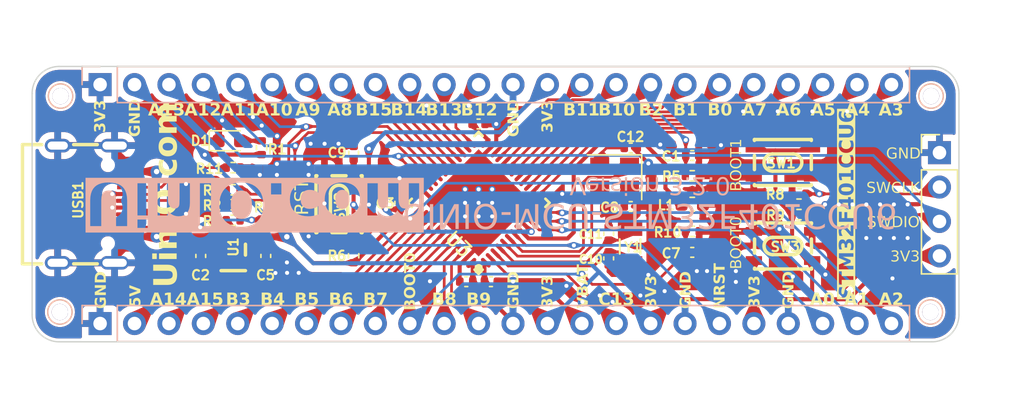
<source format=kicad_pcb>
(kicad_pcb (version 20221018) (generator pcbnew)
  (title_block (title "UINIO-MCU-STM32F401CCU6") (date "2024-04-13") (rev "Version 3.2.0") (company "电子技术博客 UinIO.com"))
  (layers (0 "F.Cu" signal) (31 "B.Cu" signal) (34 "B.Paste" user) (35 "F.Paste" user) (36 "B.SilkS" user "B.Silkscreen") (37 "F.SilkS" user "F.Silkscreen") (38 "B.Mask" user) (39 "F.Mask" user) (44 "Edge.Cuts" user))
  (net 0 "")
  (net 1 "GND")
  (net 2 "/PB2{slash}BOOT1")
  (net 3 "/VDD_5V")
  (net 4 "/VDD_3.3V")
  (net 5 "/BOOT0")
  (net 6 "Net-(C8-Pad2)")
  (net 7 "/NRST")
  (net 8 "Net-(U3-PC14_OSC32_IN)")
  (net 9 "Net-(U3-PC15_OSC32_OUT)")
  (net 10 "Net-(C12-Pad2)")
  (net 11 "Net-(D1-A)")
  (net 12 "/PA13{slash}SWDIO")
  (net 13 "/PA10")
  (net 14 "/PA9")
  (net 15 "/PA8")
  (net 16 "/PB15")
  (net 17 "/PB14")
  (net 18 "/PB13")
  (net 19 "/PB12")
  (net 20 "/PB11")
  (net 21 "/PB10")
  (net 22 "/PB1")
  (net 23 "/PB0")
  (net 24 "/PA7")
  (net 25 "/PA6")
  (net 26 "/PA5")
  (net 27 "/PA4")
  (net 28 "/PA3")
  (net 29 "/PA14{slash}SWCLK")
  (net 30 "/PA15")
  (net 31 "/PB3")
  (net 32 "/PB4")
  (net 33 "/PB5")
  (net 34 "/PB6")
  (net 35 "/PB7")
  (net 36 "/PB8")
  (net 37 "/PB9")
  (net 38 "/VBAT")
  (net 39 "/PC13")
  (net 40 "/PA0")
  (net 41 "/PA1")
  (net 42 "/PA2")
  (net 43 "Net-(U3-VSSA)")
  (net 44 "/USB_Data+")
  (net 45 "/USB_Data-")
  (net 46 "Net-(U3-PD0_OSC_IN)")
  (net 47 "Net-(U3-PD1_OSC_OUT)")
  (net 49 "Net-(USB1-CC1)")
  (net 51 "Net-(USB1-CC2)")
  (net 53 "/USB_PA+")
  (net 54 "/USB_PA-")
  (footprint "Resistor_SMD:R_0402_1005Metric" (layer "F.Cu") (at 134.25 95.67 -90)
    (fp_text reference "R1")
    (fp_text value "2K")
  )
  (footprint "Capacitor_SMD:C_0402_1005Metric" (layer "F.Cu") (at 166.04 103.39713 180)
    (fp_text reference "C7")
    (fp_text value "0.1uF")
  )
  (footprint "Resistor_SMD:R_0402_1005Metric" (layer "F.Cu") (at 173.92 99.08)
    (fp_text reference "R8")
    (fp_text value "10K")
  )
  (footprint "Uinio:KEY-SMD_4P-L4.2-W3.4-P2.15-LS4.7" (layer "F.Cu") (at 139.965 99.84213 -90)
    (fp_text reference "SW2")
    (fp_text value "NRST")
  )
  (footprint "Uinio:CRYSTAL-FC135-32.768" (layer "F.Cu") (at 161.45 102.93213 -90)
    (fp_text reference "Y1")
    (fp_text value "32.768KHz")
  )
  (footprint "Uinio:SOT-23-5_L3.0-W1.7-P0.95-LS2.8-BR" (layer "F.Cu") (at 132.15906 103.19613 180)
    (fp_text reference "U1")
    (fp_text value "ME6211C33M5G-N")
  )
  (footprint "Capacitor_SMD:C_0402_1005Metric" (layer "F.Cu") (at 159.87094 102.02 -90)
    (fp_text reference "C11")
    (fp_text value "10pF")
  )
  (footprint "LED_SMD:LED_0603_1608Metric" (layer "F.Cu") (at 131.86906 95.16)
    (fp_text reference "D1")
    (fp_text value "LED_Red")
  )
  (footprint "Uinio:KEY-SMD_4P-L4.2-W3.4-P2.15-LS4.7" (layer "F.Cu") (at 172.74 102.92713)
    (fp_text reference "SW3")
    (fp_text value "BOOT0")
  )
  (footprint "Connector_PinHeader_2.54mm:PinHeader_1x04_P2.54mm_Vertical" (layer "F.Cu") (at 184.29 96.03713)
    (fp_text reference "J3" hide)
    (fp_text value "Conn_01x04_Pin")
  )
  (footprint "Capacitor_SMD:C_0402_1005Metric" (layer "F.Cu") (at 129.75906 103.66213 -90)
    (fp_text reference "C2")
    (fp_text value "1uF")
  )
  (footprint "Resistor_SMD:R_0402_1005Metric" (layer "F.Cu") (at 166.04 101.84713)
    (fp_text reference "R10")
    (fp_text value "10K")
  )
  (footprint "Uinio:Hole-1mm" (layer "F.Cu") (at 119.40906 91.86 180)
    (fp_text reference "HOLE**" hide)
    (fp_text value "Hole-1mm" hide)
  )
  (footprint "Resistor_SMD:R_0402_1005Metric" (layer "F.Cu") (at 132.15 101.03)
    (fp_text reference "R4")
    (fp_text value "1.5K")
  )
  (footprint "Uinio:Hole-1mm" (layer "F.Cu") (at 183.66906 91.86 180)
    (fp_text reference "HOLE**" hide)
    (fp_text value "Hole-1mm" hide)
  )
  (footprint "Uinio:Hole-1mm" (layer "F.Cu") (at 183.62 107.8 180)
    (fp_text reference "HOLE**" hide)
    (fp_text value "Hole-1mm" hide)
  )
  (footprint "Capacitor_SMD:C_0402_1005Metric" (layer "F.Cu") (at 150.26906 93.92 180)
    (fp_text reference "C4" hide)
    (fp_text value "0.1uF")
  )
  (footprint "Uinio:UFQFPN-48_L7.0-W7.0-P0.50-TL-EP5.6" (layer "F.Cu") (at 150.26906 99.742485 135)
    (fp_text reference "U3")
    (fp_text value "STM32F401CCU6")
  )
  (footprint "Resistor_SMD:R_0402_1005Metric" (layer "F.Cu") (at 134.71 100.981846)
    (fp_text reference "R12")
    (fp_text value "5.1K")
  )
  (footprint "Capacitor_SMD:C_0402_1005Metric" (layer "F.Cu") (at 159.87094 103.84 90)
    (fp_text reference "C10")
    (fp_text value "10pF")
  )
  (footprint "Uinio:USB-C-SMD_TYPEC-304J-BCP16" (layer "F.Cu") (at 121.67906 99.84213 -90)
    (fp_text reference "USB1")
    (fp_text value "USB_Type_C_16Pin")
  )
  (footprint "Capacitor_SMD:C_0402_1005Metric" (layer "F.Cu") (at 134.56 103.66213 90)
    (fp_text reference "C5")
    (fp_text value "1uF")
  )
  (footprint "Resistor_SMD:R_0402_1005Metric" (layer "F.Cu") (at 173.92 100.61 180)
    (fp_text reference "R9")
    (fp_text value "10K")
  )
  (footprint "Crystal:Crystal_SMD_3225-4Pin_3.2x2.5mm" (layer "F.Cu") (at 160.31 97.85213 180)
    (fp_text reference "Y2" hide)
    (fp_text value "8MHz")
  )
  (footprint "Capacitor_SMD:C_0402_1005Metric" (layer "F.Cu") (at 151.18 105.56)
    (fp_text reference "C13" hide)
    (fp_text value "0.1uF")
  )
  (footprint "Resistor_SMD:R_0402_1005Metric" (layer "F.Cu") (at 166.04 97.74713)
    (fp_text reference "R5")
    (fp_text value "10K")
  )
  (footprint "Capacitor_SMD:C_0402_1005Metric" (layer "F.Cu") (at 149.35906 105.56)
    (fp_text reference "C6" hide)
    (fp_text value "0.1uF")
  )
  (footprint "Capacitor_SMD:C_0402_1005Metric" (layer "F.Cu") (at 161.5 100.01213 180)
    (fp_text reference "C8")
    (fp_text value "22pF")
  )
  (footprint "Uinio:Hole-1mm" (layer "F.Cu") (at 119.36 107.8 180)
    (fp_text reference "HOLE**" hide)
    (fp_text value "Hole-1mm" hide)
  )
  (footprint "Resistor_SMD:R_0402_1005Metric" (layer "F.Cu") (at 132.15 98.778156)
    (fp_text reference "R3")
    (fp_text value "50R")
  )
  (footprint "Resistor_SMD:R_0402_1005Metric" (layer "F.Cu") (at 132.15 99.88)
    (fp_text reference "R2")
    (fp_text value "50R")
  )
  (footprint "Capacitor_SMD:C_0402_1005Metric" (layer "F.Cu") (at 166.04 96.24713 180)
    (fp_text reference "C1")
    (fp_text value "0.1uF")
  )
  (footprint "Inductor_SMD:L_0603_1608Metric" (layer "F.Cu") (at 166.04 99.84713 180)
    (fp_text reference "L1")
    (fp_text value "1KΩ 100Mhz")
  )
  (footprint "Capacitor_SMD:C_0402_1005Metric" (layer "F.Cu") (at 141.045 96.05 90)
    (fp_text reference "C9")
    (fp_text value "0.1uF")
  )
  (footprint "Resistor_SMD:R_0402_1005Metric" (layer "F.Cu") (at 132.15 97.14)
    (fp_text reference "R11")
    (fp_text value "5.1K")
  )
  (footprint "Capacitor_SMD:C_0402_1005Metric" (layer "F.Cu") (at 144.45 99.742485 -90)
    (fp_text reference "C3")
    (fp_text value "0.1uF")
  )
  (footprint "Resistor_SMD:R_0402_1005Metric" (layer "F.Cu") (at 141.045 103.65 90)
    (fp_text reference "R6")
    (fp_text value "10K")
  )
  (footprint "Capacitor_SMD:C_0402_1005Metric" (layer "F.Cu") (at 161.5 95.69213 180)
    (fp_text reference "C12")
    (fp_text value "22pF")
  )
  (footprint "Uinio:KEY-SMD_4P-L4.2-W3.4-P2.15-LS4.7" (layer "F.Cu") (at 172.73 96.76713 180)
    (fp_text reference "SW1")
    (fp_text value "BOOT1")
  )
  (footprint "Connector_PinHeader_2.54mm:PinHeader_1x24_P2.54mm_Vertical" (layer "B.Cu") (at 122.32906 91.01213 -90)
    (fp_text reference "J1" hide)
    (fp_text value "Conn_01x24_Pin")
  )
  (footprint "Connector_PinHeader_2.54mm:PinHeader_1x24_P2.54mm_Vertical" (layer "B.Cu") (at 122.32906 108.65213 -90)
    (fp_text reference "J2" hide)
    (fp_text value "Conn_01x24_Pin")
  )
  (gr_line (start 119.31 89.67213) (end 183.72906 89.67213) (stroke (width 0.1)) (layer "Edge.Cuts"))
  (gr_arc (start 185.72906 108.00119) (mid 185.143274 109.415404) (end 183.72906 110.00119) (stroke (width 0.1)) (layer "Edge.Cuts"))
  (gr_line (start 117.31 108.00119) (end 117.31 91.67213) (stroke (width 0.1)) (layer "Edge.Cuts"))
  (gr_line (start 185.72906 91.67213) (end 185.72906 108.00119) (stroke (width 0.1)) (layer "Edge.Cuts"))
  (gr_arc (start 119.31 110.00119) (mid 117.89579 109.415403) (end 117.31 108.00119) (stroke (width 0.1)) (layer "Edge.Cuts"))
  (gr_arc (start 117.31 91.67213) (mid 117.895786 90.257916) (end 119.31 89.67213) (stroke (width 0.1)) (layer "Edge.Cuts"))
  (gr_line (start 183.72906 110.00119) (end 119.31 110.00119) (stroke (width 0.1)) (layer "Edge.Cuts"))
  (gr_arc (start 183.72906 89.67213) (mid 185.143289 90.257904) (end 185.72906 91.67213) (stroke (width 0.1)) (layer "Edge.Cuts"))
  (gr_text "Version 3.2.0" (at 156.978842 97.63 180) (layer "B.SilkS") (effects (font (size 1.3 1.3) (thickness 0.1875)) (justify left bottom mirror)))
  (gr_text "UinIO.com" (at 121.2 97.77 180) (layer "B.SilkS" knockout) (effects (font (size 3.1 3.1) (thickness 0.3) bold) (justify left bottom mirror)))
  (gr_text "UINIO-MCU-STM32F401CCU6" (at 144.58 99.53 180) (layer "B.SilkS") (effects (font (size 1.8 1.8) (thickness 0.1875)) (justify left bottom mirror)))
  (gr_text "A2" (at 180.72906 106.91) (layer "F.SilkS") (effects (font (size 0.9 0.9) (thickness 0.15) bold)))
  (gr_text "GND" (at 165.58906 106.178304 90) (layer "F.SilkS") (effects (font (size 0.8 0.8) (thickness 0.15) bold)))
  (gr_text "GND" (at 124.92906 93.491696 90) (layer "F.SilkS") (effects (font (size 0.8 0.8) (thickness 0.15) bold)))
  (gr_text "B9" (at 150.26906 106.91) (layer "F.SilkS") (effects (font (size 0.9 0.9) (thickness 0.15) bold)))
  (gr_text "B4" (at 135.06 106.91) (layer "F.SilkS") (effects (font (size 0.9 0.9) (thickness 0.15) bold)))
  (gr_text "A3" (at 180.71906 92.92) (layer "F.SilkS") (effects (font (size 0.9 0.9) (thickness 0.15) bold)))
  (gr_text "VBAT" (at 157.99906 105.905143 90) (layer "F.SilkS") (effects (font (size 0.8 0.8) (thickness 0.15) bold)))
  (gr_text "BOOT0" (at 169.32 102.697131 90) (layer "F.SilkS") (effects (font (size 0.8 0.8) (thickness 0.1))))
  (gr_text "B5" (at 137.57906 106.91) (layer "F.SilkS") (effects (font (size 0.9 0.9) (thickness 0.15) bold)))
  (gr_text "3V3" (at 170.66906 106.31 90) (layer "F.SilkS") (effects (font (size 0.8 0.8) (thickness 0.15) bold)))
  (gr_text "A12" (at 129.91 92.92) (layer "F.SilkS") (effects (font (size 0.9 0.9) (thickness 0.15) bold)))
  (gr_text "B14" (at 145.13 92.92) (layer "F.SilkS") (effects (font (size 0.9 0.9) (thickness 0.15) bold)))
  (gr_text "STM32F401CCU6" (at 177.5 99.842131 90) (layer "F.SilkS" knockout) (effects (font (size 1.05 1.05) (thickness 0.14) bold)))
  (gr_text "A5" (at 175.69906 92.92) (layer "F.SilkS") (effects (font (size 0.9 0.9) (thickness 0.15) bold)))
  (gr_text "B1" (at 165.53906 92.92) (layer "F.SilkS") (effects (font (size 0.9 0.9) (thickness 0.15) bold)))
  (gr_text "A11" (at 132.6 92.92) (layer "F.SilkS") (effects (font (size 0.9 0.9) (thickness 0.15) bold)))
  (gr_text "GND" (at 181.628074 96.14) (layer "F.SilkS") (effects (font (size 0.8 0.8) (thickness 0.1))))
  (gr_text "SWCLK" (at 180.866427 98.673333) (layer "F.SilkS") (effects (font (size 0.8 0.8) (thickness 0.1))))
  (gr_text "A0" (at 175.64906 106.91) (layer "F.SilkS") (effects (font (size 0.9 0.9) (thickness 0.15) bold)))
  (gr_text "A14" (at 127.35906 106.91) (layer "F.SilkS") (effects (font (size 0.9 0.9) (thickness 0.15) bold)))
  (gr_text "3V3" (at 163.03906 106.31 90) (layer "F.SilkS") (effects (font (size 0.8 0.8) (thickness 0.15) bold)))
  (gr_text "A4" (at 178.23906 92.92) (layer "F.SilkS") (effects (font (size 0.9 0.9) (thickness 0.15) bold)))
  (gr_text "B0" (at 168.07906 92.92) (layer "F.SilkS") (effects (font (size 0.9 0.9) (thickness 0.15) bold)))
  (gr_text "A7" (at 170.61906 92.92) (layer "F.SilkS") (effects (font (size 0.9 0.9) (thickness 0.15) bold)))
  (gr_text "BOOT1" (at 169.32 96.94713 90) (layer "F.SilkS") (effects (font (size 0.8 0.8) (thickness 0.1))))
  (gr_text "A15" (at 130.08 106.91) (layer "F.SilkS") (effects (font (size 0.9 0.9) (thickness 0.15) bold)))
  (gr_text "A13" (at 127.23 92.92) (layer "F.SilkS") (effects (font (size 0.9 0.9) (thickness 0.15) bold)))
  (gr_text "B6" (at 140.11906 106.91) (layer "F.SilkS") (effects (font (size 0.9 0.9) (thickness 0.15) bold)))
  (gr_text "GND" (at 122.42 106.178304 90) (layer "F.SilkS") (effects (font (size 0.8 0.8) (thickness 0.15) bold)))
  (gr_text "A1" (at 178.16906 106.91) (layer "F.SilkS") (effects (font (size 0.9 0.9) (thickness 0.15) bold)))
  (gr_text "GND" (at 173.17906 106.178304 90) (layer "F.SilkS") (effects (font (size 0.8 0.8) (thickness 0.15) bold)))
  (gr_text "B12" (at 150.31 92.92) (layer "F.SilkS") (effects (font (size 0.9 0.9) (thickness 0.15) bold)))
  (gr_text "3V3" (at 122.37 93.36 90) (layer "F.SilkS") (effects (font (size 0.8 0.8) (thickness 0.15) bold)))
  (gr_text "B7" (at 142.65906 106.91) (layer "F.SilkS") (effects (font (size 0.9 0.9) (thickness 0.15) bold)))
  (gr_text "B13" (at 147.71 92.92) (layer "F.SilkS") (effects (font (size 0.9 0.9) (thickness 0.15) bold)))
  (gr_text "A8" (at 140.03 92.92) (layer "F.SilkS") (effects (font (size 0.9 0.9) (thickness 0.15) bold)))
  (gr_text "B10" (at 160.45906 92.92) (layer "F.SilkS") (effects (font (size 0.9 0.9) (thickness 0.15) bold)))
  (gr_text "BOOT0" (at 145.24906 105.544055 90) (layer "F.SilkS") (effects (font (size 0.8 0.8) (thickness 0.15) bold)))
  (gr_text "B8" (at 147.72906 106.91) (layer "F.SilkS") (effects (font (size 0.9 0.9) (thickness 0.15) bold)))
  (gr_text "UinIO.com" (at 128.26906 106.020497 90) (layer "F.SilkS") (effects (font (size 1.7 1.7) (thickness 0.3) bold) (justify left bottom)))
  (gr_text "3V3" (at 155.38906 106.31 90) (layer "F.SilkS") (effects (font (size 0.8 0.8) (thickness 0.15) bold)))
  (gr_text "5V" (at 124.97 106.631228 90) (layer "F.SilkS") (effects (font (size 0.8 0.8) (thickness 0.15) bold)))
  (gr_text "A9" (at 137.67 92.92) (layer "F.SilkS") (effects (font (size 0.9 0.9) (thickness 0.15) bold)))
  (gr_text "C13" (at 160.43906 106.91) (layer "F.SilkS") (effects (font (size 0.9 0.9) (thickness 0.15) bold)))
  (gr_text "A10" (at 135.18 92.92) (layer "F.SilkS") (effects (font (size 0.9 0.9) (thickness 0.15) bold)))
  (gr_text "NRST" (at 137.27 99.84213 90) (layer "F.SilkS") (effects (font (size 1 1) (thickness 0.125))))
  (gr_text "GND" (at 152.87906 106.178304 90) (layer "F.SilkS") (effects (font (size 0.8 0.8) (thickness 0.15) bold)))
  (gr_text "B11" (at 157.86 92.92) (layer "F.SilkS") (effects (font (size 0.9 0.9) (thickness 0.15) bold)))
  (gr_text "B15" (at 142.53 92.92) (layer "F.SilkS") (effects (font (size 0.9 0.9) (thickness 0.15) bold)))
  (gr_text "3V3" (at 155.38906 93.358304 90) (layer "F.SilkS") (effects (font (size 0.8 0.8) (thickness 0.15) bold)))
  (gr_text "SWDIO" (at 180.878151 101.206666) (layer "F.SilkS") (effects (font (size 0.8 0.8) (thickness 0.1))))
  (gr_text "A6" (at 173.15906 92.92) (layer "F.SilkS") (effects (font (size 0.9 0.9) (thickness 0.15) bold)))
  (gr_text "B2" (at 162.99906 92.92) (layer "F.SilkS") (effects (font (size 0.9 0.9) (thickness 0.15) bold)))
  (gr_text "GND" (at 152.87906 93.49 90) (layer "F.SilkS") (effects (font (size 0.8 0.8) (thickness 0.15) bold)))
  (gr_text "NRST" (at 168.09906 105.875834 90) (layer "F.SilkS") (effects (font (size 0.8 0.8) (thickness 0.15) bold)))
  (gr_text "3V3" (at 181.751173 103.74) (layer "F.SilkS") (effects (font (size 0.8 0.8) (thickness 0.1))))
  (gr_text "B3" (at 132.52 106.91) (layer "F.SilkS") (effects (font (size 0.9 0.9) (thickness 0.15) bold)))
  (segment (start 160.13213 105.06213) (end 159.87094 104.80094) (width 0.3) (layer "F.Cu") (net 1))
  (segment (start 156.75 105.87) (end 156.43 105.55) (width 0.5) (layer "F.Cu") (net 1))
  (segment (start 162.80906 100.01213) (end 161.65906 100.01213) (width 0.3) (layer "F.Cu") (net 1))
  (segment (start 144.43 97.92) (end 145.264594 97.92) (width 0.3) (layer "F.Cu") (net 1))
  (segment (start 151.152943 95.676621) (end 150.26906 96.560504) (width 0.3) (layer "F.Cu") (net 1))
  (segment (start 160.05 100.77) (end 161.78 100.77) (width 0.5) (layer "F.Cu") (net 1))
  (segment (start 159.87094 101.54) (end 159.87094 100.94906) (width 0.5) (layer "F.Cu") (net 1))
  (segment (start 126.65 95.16) (end 125.16787 96.64213) (width 0.5) (layer "F.Cu") (net 1))
  (segment (start 162.80906 96.84213) (end 162.80906 100.69213) (width 0.3) (layer "F.Cu") (net 1))
  (segment (start 151.57 95.259564) (end 151.152943 95.676621) (width 0.3) (layer "F.Cu") (net 1))
  (segment (start 149.385884 103.809056) (end 148.87 104.32494) (width 0.3) (layer "F.Cu") (net 1))
  (segment (start 162.80906 105.05213) (end 162.80906 100.79213) (width 0.3) (layer "F.Cu") (net 1))
  (segment (start 148.87 104.32494) (end 148.87 105.55094) (width 0.3) (layer "F.Cu") (net 1))
  (segment (start 119.19806 104.16713) (end 123.39806 104.16713) (width 0.5) (layer "F.Cu") (net 1))
  (segment (start 162.79906 105.06213) (end 160.13213 105.06213) (width 0.3) (layer "F.Cu") (net 1))
  (segment (start 162.79906 96.83213) (end 162.80906 96.84213) (width 0.3) (layer "F.Cu") (net 1))
  (segment (start 151.57 93.92) (end 151.57 95.259564) (width 0.3) (layer "F.Cu") (net 1))
  (segment (start 148.87906 105.56) (end 150.62906 107.31) (width 0.3) (layer "F.Cu") (net 1))
  (segment (start 152.78 105.56) (end 152.79 105.55) (width 0.3) (layer "F.Cu") (net 1))
  (segment (start 162.79906 105.06213) (end 162.80906 105.05213) (width 0.3) (layer "F.Cu") (net 1))
  (segment (start 162.80906 100.69213) (end 162.80906 100.01213) (width 0.3) (layer "F.Cu") (net 1))
  (segment (start 151.66 105.56) (end 152.78 105.56) (width 0.6) (layer "F.Cu") (net 1))
  (segment (start 119.19806 95.51713) (end 119.19806 104.16713) (width 0.5) (layer "F.Cu") (net 1))
  (segment (start 145.264594 97.92) (end 146.203196 98.858602) (width 0.3) (layer "F.Cu") (net 1))
  (segment (start 159.87094 104.80094) (end 159.87094 104.32) (width 0.3) (layer "F.Cu") (net 1))
  (segment (start 123.39806 104.16713) (end 123.39806 103.80413) (width 0.5) (layer "F.Cu") (net 1))
  (segment (start 159.87094 100.94906) (end 160.05 100.77) (width 0.5) (layer "F.Cu") (net 1))
  (segment (start 146.203196 98.858602) (end 147.087079 99.742485) (width 0.3) (layer "F.Cu") (net 1))
  (segment (start 125.16787 96.64213) (end 124.16006 96.64213) (width 0.5) (layer "F.Cu") (net 1))
  (segment (start 123.39806 103.80413) (end 124.16006 103.04213) (width 0.5) (layer "F.Cu") (net 1))
  (segment (start 123.39806 95.88113) (end 123.39806 95.51713) (width 0.5) (layer "F.Cu") (net 1))
  (segment (start 162.79906 96.83213) (end 161.65906 95.69213) (width 0.3) (layer "F.Cu") (net 1))
  (segment (start 156.75 105.87) (end 157.93 107.05) (width 0.5) (layer "F.Cu") (net 1))
  (segment (start 161.78 100.77) (end 161.98 100.57) (width 0.5) (layer "F.Cu") (net 1))
  (segment (start 151.57 107.31) (end 152.80906 108.54906) (width 0.3) (layer "F.Cu") (net 1))
  (segment (start 161.98 100.57) (end 161.98 100.01213) (width 0.5) (layer "F.Cu") (net 1))
  (segment (start 151.57 93.92) (end 150.74906 93.92) (width 0.3) (layer "F.Cu") (net 1))
  (segment (start 139.57 96.5) (end 139.57 96.50713) (width 0.15) (layer "F.Cu") (net 1))
  (segment (start 130.85906 103.19613) (end 129.77306 103.19613) (width 0.5) (layer "F.Cu") (net 1))
  (segment (start 144.43 97.92) (end 144.43 97.75307) (width 0.3) (layer "F.Cu") (net 1))
  (segment (start 150.26906 102.92588) (end 149.385884 103.809056) (width 0.3) (layer "F.Cu") (net 1))
  (segment (start 156.43 105.55) (end 152.81 105.55) (width 0.5) (layer "F.Cu") (net 1))
  (segment (start 124.15906 96.64213) (end 123.39806 95.88113) (width 0.5) (layer "F.Cu") (net 1))
  (segment (start 123.39806 95.51713) (end 119.19806 95.51713) (width 0.5) (layer "F.Cu") (net 1))
  (segment (start 162.80906 100.79213) (end 162.80906 100.69213) (width 0.3) (layer "F.Cu") (net 1))
  (segment (start 150.62906 107.31) (end 151.57 107.31) (width 0.3) (layer "F.Cu") (net 1))
  (segment (start 131.08156 95.16) (end 126.65 95.16) (width 0.5) (layer "F.Cu") (net 1))
  (via (at 135.38 96.87) (size 0.5) (drill 0.3) (layers "F.Cu" "B.Cu") (net 1))
  (via (at 180.92333 99.86) (size 0.5) (drill 0.3) (layers "F.Cu" "B.Cu") (net 1))
  (via (at 156.75 105.87) (size 0.7) (drill 0.3) (layers "F.Cu" "B.Cu") (net 1))
  (via (at 136.99 104.91) (size 0.5) (drill 0.3) (layers "F.Cu" "B.Cu") (net 1))
  (via (at 156.44 99.08) (size 0.5) (drill 0.3) (layers "F.Cu" "B.Cu") (net 1))
  (via (at 136.13 104.91) (size 0.5) (drill 0.3) (layers "F.Cu" "B.Cu") (net 1))
  (via (at 175.84 99.86) (size 0.5) (drill 0.3) (layers "F.Cu" "B.Cu") (net 1))
  (via (at 163.68 95.44) (size 0.7) (drill 0.3) (layers "F.Cu" "B.Cu") (net 1))
  (via (at 150.26906 99.742485) (size 0.5) (drill 0.3) (layers "F.Cu" "B.Cu") (net 1))
  (via (at 175.87 105.03) (size 0.7) (drill 0.3) (layers "F.Cu" "B.Cu") (net 1))
  (via (at 179.906666 102.34) (size 0.5) (drill 0.3) (layers "F.Cu" "B.Cu") (net 1))
  (via (at 146.42 92.56) (size 0.5) (drill 0.3) (layers "F.Cu" "B.Cu") (net 1))
  (via (at 162.21 106.58) (size 0.5) (drill 0.3) (layers "F.Cu" "B.Cu") (net 1))
  (via (at 131.33 93.66) (size 0.5) (drill 0.3) (layers "F.Cu" "B.Cu") (net 1))
  (via (at 135.27 104.92) (size 0.5) (drill 0.3) (layers "F.Cu" "B.Cu") (net 1))
  (via (at 136.12 104.14213) (size 0.5) (drill 0.3) (layers "F.Cu" "B.Cu") (net 1))
  (via (at 150.26906 100.742485) (size 0.5) (drill 0.3) (layers "F.Cu" "B.Cu") (net 1))
  (via (at 169.26 105.58) (size 0.5) (drill 0.3) (layers "F.Cu" "B.Cu") (net 1))
  (via (at 128.67 100.55) (size 0.5) (drill 0.3) (layers "F.Cu" "B.Cu") (net 1))
  (via (at 137.72 102.21) (size 0.5) (drill 0.3) (layers "F.Cu" "B.Cu") (net 1))
  (via (at 135.39 94.81) (size 0.5) (drill 0.3) (layers "F.Cu" "B.Cu") (net 1))
  (via (at 137.72 96.87) (size 0.5) (drill 0.3) (layers "F.Cu" "B.Cu") (net 1))
  (via (at 135.38 97.68) (size 0.5) (drill 0.3) (layers "F.Cu" "B.Cu") (net 1))
  (via (at 167.13 104.77787) (size 0.5) (drill 0.3) (layers "F.Cu" "B.Cu") (net 1))
  (via (at 181.940002 102.34) (size 0.5) (drill 0.3) (layers "F.Cu" "B.Cu") (net 1))
  (via (at 149.26906 99.742485) (size 0.5) (drill 0.3) (layers "F.Cu" "B.Cu") (net 1))
  (via (at 150.26906 98.742485) (size 0.5) (drill 0.3) (layers "F.Cu" "B.Cu") (net 1))
  (via (at 181.94 99.86) (size 0.5) (drill 0.3) (layers "F.Cu" "B.Cu") (net 1))
  (via (at 177.873332 99.86) (size 0.5) (drill 0.3) (layers "F.Cu" "B.Cu") (net 1))
  (via (at 173.46906 105.18213) (size 0.5) (drill 0.3) (layers "F.Cu" "B.Cu") (net 1))
  (via (at 164 106.26) (size 0.7) (drill 0.3) (layers "F.Cu" "B.Cu") (net 1))
  (via (at 177.46906 92.99213) (size 0.5) (drill 0.3) (layers "F.Cu" "B.Cu") (net 1))
  (via (at 149.53 92.56) (size 0.5) (drill 0.3) (layers "F.Cu" "B.Cu") (net 1))
  (via (at 134.12 97.68) (size 0.5) (drill 0.3) (layers "F.Cu" "B.Cu") (net 1))
  (via (at 179.906664 99.86) (size 0.5) (drill 0.3) (layers "F.Cu" "B.Cu") (net 1))
  (via (at 134.26 94.04) (size 0.5) (drill 0.3) (layers "F.Cu" "B.Cu") (net 1))
  (via (at 180.82 105.32) (size 0.5) (drill 0.3) (layers "F.Cu" "B.Cu") (net 1))
  (via (at 152.81 105.55) (size 0.7) (drill 0.3) (layers "F.Cu" "B.Cu") (net 1))
  (via (at 137.72 97.68) (size 0.5) (drill 0.3) (layers "F.Cu" "B.Cu") (net 1))
  (via (at 176.856666 99.86) (size 0.5) (drill 0.3) (layers "F.Cu" "B.Cu") (net 1))
  (via (at 149.26906 98.742485) (size 0.5) (drill 0.3) (layers "F.Cu" "B.Cu") (net 1))
  (via (at 162.79906 96.83213) (size 0.7) (drill 0.3) (layers "F.Cu" "B.Cu") (net 1))
  (via (at 169.79656 92.99213) (size 0.5) (drill 0.3) (layers "F.Cu" "B.Cu") (net 1))
  (via (at 128.67 98.35) (size 0.5) (drill 0.3) (layers "F.Cu" "B.Cu") (net 1))
  (via (at 137.87 95.38) (size 0.5) (drill 0.3) (layers "F.Cu" "B.Cu") (net 1))
  (via (at 169.26 104.78) (size 0.5) (drill 0.3) (layers "F.Cu" "B.Cu") (net 1))
  (via (at 172.35406 92.99213) (size 0.5) (drill 0.3) (layers "F.Cu" "B.Cu") (net 1))
  (via (at 166.38 104.78) (size 0.5) (drill 0.3) (layers "F.Cu" "B.Cu") (net 1))
  (via (at 133.61 93.41) (size 0.5) (drill 0.3) (layers "F.Cu" "B.Cu") (net 1))
  (via (at 149.26906 100.742485) (size 0.5) (drill 0.3) (layers "F.Cu" "B.Cu") (net 1))
  (via (at 172.48 101.67) (size 0.7) (drill 0.3) (layers "F.Cu" "B.Cu") (net 1))
  (via (at 138.89 99.79) (size 0.5) (drill 0.3) (layers "F.Cu" "B.Cu") (net 1))
  (via (at 151.57 93.92) (size 0.7) (drill 0.3) (layers "F.Cu" "B.Cu") (net 1))
  (via (at 151.26906 99.742485) (size 0.5) (drill 0.3) (layers "F.Cu" "B.Cu") (net 1))
  (via (at 157.93 107.05) (size 0.7) (drill 0.3) (layers "F.Cu" "B.Cu") (net 1))
  (via (at 180.923332 102.34) (size 0.5) (drill 0.3) (layers "F.Cu" "B.Cu") (net 1))
  (via (at 162.79906 105.06213) (size 0.7) (drill 0.3) (layers "F.Cu" "B.Cu") (net 1))
  (via (at 139.93 95.38) (size 0.5) (drill 0.3) (layers "F.Cu" "B.Cu") (net 1))
  (via (at 138.9 95.38) (size 0.5) (drill 0.3) (layers "F.Cu" "B.Cu") (net 1))
  (via (at 151.26906 100.742485) (size 0.5) (drill 0.3) (layers "F.Cu" "B.Cu") (net 1))
  (via (at 160.16 107.05) (size 0.7) (drill 0.3) (layers "F.Cu" "B.Cu") (net 1))
  (via (at 168.16 95.48163) (size 0.7) (drill 0.3) (layers "F.Cu" "B.Cu") (net 1))
  (via (at 142.17 99.88) (size 0.5) (drill 0.3) (layers "F.Cu" "B.Cu") (net 1))
  (via (at 178.889998 99.86) (size 0.5) (drill 0.3) (layers "F.Cu" "B.Cu") (net 1))
  (via (at 159.21 106.58) (size 0.5) (drill 0.3) (layers "F.Cu" "B.Cu") (net 1))
  (via (at 144.43 97.92) (size 0.7) (drill 0.3) (layers "F.Cu" "B.Cu") (net 1))
  (via (at 151.26906 98.742485) (size 0.5) (drill 0.3) (layers "F.Cu" "B.Cu") (net 1))
  (via (at 174.91156 92.99213) (size 0.5) (drill 0.3) (layers "F.Cu" "B.Cu") (net 1))
  (via (at 146.68 105.53) (size 0.5) (drill 0.3) (layers "F.Cu" "B.Cu") (net 1))
  (via (at 178.89 102.34) (size 0.5) (drill 0.3) (layers "F.Cu" "B.Cu") (net 1))
  (segment (start 163.68 95.44) (end 164.1 95.86) (width 0.3) (layer "B.Cu") (net 1))
  (segment (start 151.57 93.92) (end 152.80906 92.68094) (width 0.3) (layer "B.Cu") (net 1))
  (segment (start 152.81 105.57) (end 152.81 108.65119) (width 0.5) (layer "B.Cu") (net 1))
  (segment (start 135.38 96.87) (end 137.72 96.87) (width 0.5) (layer "B.Cu") (net 1))
  (segment (start 164.71906 92.99213) (end 177.46906 92.99213) (width 0.3) (layer "B.Cu") (net 1))
  (segment (start 160.16 107.05) (end 157.93 107.05) (width 0.5) (layer "B.Cu") (net 1))
  (segment (start 150.4 99.89) (end 150.26 99.75) (width 0.3) (layer "B.Cu") (net 1))
  (segment (start 152.79 105.55) (end 152.81 105.57) (width 0.3) (layer "B.Cu") (net 1))
  (segment (start 164.1 95.86) (end 167.78163 95.86) (width 0.3) (layer "B.Cu") (net 1))
  (segment (start 167.78163 95.86) (end 168.16 95.48163) (width 0.3) (layer "B.Cu") (net 1))
  (segment (start 162.80213 105.06213) (end 162.79906 105.06213) (width 0.3) (layer "B.Cu") (net 1))
  (segment (start 135.38 97.68) (end 137.72 97.68) (width 0.5) (layer "B.Cu") (net 1))
  (segment (start 164 106.26) (end 162.80213 105.06213) (width 0.3) (layer "B.Cu") (net 1))
  (segment (start 150.26 99.75) (end 150.4 99.61) (width 0.3) (layer "B.Cu") (net 1))
  (segment (start 152.80906 92.68094) (end 152.80906 91.01213) (width 0.3) (layer "B.Cu") (net 1))
  (segment (start 165.56 95.1) (end 165.56 96.24713) (width 0.2) (layer "F.Cu") (net 2))
  (segment (start 157.319718 92.43) (end 161.55119 92.43) (width 0.2) (layer "F.Cu") (net 2))
  (segment (start 152.222719 96.737281) (end 156.23 92.73) (width 0.2) (layer "F.Cu") (net 2))
  (segment (start 165.56 96.24713) (end 165.56 97.71713) (width 0.2) (layer "F.Cu") (net 2))
  (segment (start 161.55119 92.43) (end 162.96906 91.01213) (width 0.2) (layer "F.Cu") (net 2))
  (segment (start 157.019718 92.73) (end 157.319718 92.43) (width 0.2) (layer "F.Cu") (net 2))
  (segment (start 156.23 92.73) (end 157.019718 92.73) (width 0.2) (layer "F.Cu") (net 2))
  (via (at 165.56 95.1) (size 0.5) (drill 0.3) (layers "F.Cu" "B.Cu") (net 2))
  (segment (start 165.56 95.1) (end 162.96906 92.50906) (width 0.2) (layer "B.Cu") (net 2))
  (segment (start 162.96906 92.50906) (end 162.96906 91.01213) (width 0.2) (layer "B.Cu") (net 2))
  (segment (start 126.49906 97.43213) (end 124.16506 97.43213) (width 0.5) (layer "F.Cu") (net 3))
  (segment (start 129.37906 104.14213) (end 124.86906 108.65213) (width 0.5) (layer "F.Cu") (net 3))
  (segment (start 129.75906 104.14213) (end 130.85506 104.14213) (width 0.5) (layer "F.Cu") (net 3))
  (segment (start 132.15906 103.82213) (end 132.15906 102.55213) (width 0.5) (layer "F.Cu") (net 3))
  (segment (start 131.85306 102.24613) (end 130.85906 102.24613) (width 0.5) (layer "F.Cu") (net 3))
  (segment (start 129.75906 104.14213) (end 129.37906 104.14213) (width 0.5) (layer "F.Cu") (net 3))
  (segment (start 126.49906 102.23213) (end 130.84506 102.23213) (width 0.5) (layer "F.Cu") (net 3))
  (segment (start 131.83506 104.14613) (end 132.15906 103.82213) (width 0.5) (layer "F.Cu") (net 3))
  (segment (start 124.16506 102.23213) (end 126.49906 102.23213) (width 0.5) (layer "F.Cu") (net 3))
  (segment (start 132.15906 102.55213) (end 131.85306 102.24613) (width 0.5) (layer "F.Cu") (net 3))
  (segment (start 130.85906 104.14613) (end 131.83506 104.14613) (width 0.5) (layer "F.Cu") (net 3))
  (via (at 126.49906 97.43213) (size 0.9) (drill 0.4) (layers "F.Cu" "B.Cu") (net 3))
  (via (at 126.49906 102.23213) (size 0.9) (drill 0.4) (layers "F.Cu" "B.Cu") (net 3))
  (segment (start 126.49906 97.45213) (end 126.49906 102.23213) (width 0.5) (layer "B.Cu") (net 3))
  (segment (start 153.627817 101.334888) (end 154.162879 101.86995) (width 0.3) (layer "F.Cu") (net 4))
  (segment (start 149.83906 104.262232) (end 149.83906 105.56) (width 0.3) (layer "F.Cu") (net 4))
  (segment (start 143.432485 100.222485) (end 144.45 100.222485) (width 0.3) (layer "F.Cu") (net 4))
  (segment (start 174.89 104.00213) (end 174.89 106.85) (width 0.3) (layer "F.Cu") (net 4))
  (segment (start 153.61119 92.75) (end 155.34906 91.01213) (width 0.3) (layer "F.Cu") (net 4))
  (segment (start 134.56 102.24613) (end 136.11306 102.24613) (width 0.5) (layer "F.Cu") (net 4))
  (segment (start 180.77906 103.66213) (end 183.95406 103.66213) (width 0.3) (layer "F.Cu") (net 4))
  (segment (start 134.56 102.24613) (end 134.56 103.18213) (width 0.5) (layer "F.Cu") (net 4))
  (segment (start 142.17 95.75) (end 142.17 98.96) (width 0.3) (layer "F.Cu") (net 4))
  (segment (start 136.113465 102.246535) (end 138.05693 104.19) (width 0.3) (layer "F.Cu") (net 4))
  (segment (start 153.46693 106.77) (end 150.96 106.77) (width 0.3) (layer "F.Cu") (net 4))
  (segment (start 149.78906 93.92) (end 150.992458 95.123398) (width 0.3) (layer "F.Cu") (net 4))
  (segment (start 155.34906 108.65213) (end 153.46693 106.77) (width 0.3) (layer "F.Cu") (net 4))
  (segment (start 173.41 102.81) (end 174.60213 104.00213) (width 0.3) (layer "F.Cu") (net 4))
  (segment (start 149.512046 104.39) (end 149.739437 104.162609) (width 0.3) (layer "F.Cu") (net 4))
  (segment (start 150.79939 95.323068) (end 150.971245 95.151213) (width 0.3) (layer "F.Cu") (net 4))
  (segment (start 150.992458 95.13) (end 150.79939 95.323068) (width 0.3) (layer "F.Cu") (net 4))
  (segment (start 174.23693 106.86) (end 177.58119 106.86) (width 0.3) (layer "F.Cu") (net 4))
  (segment (start 172.18 95.87213) (end 174.89 95.87213) (width 0.3) (layer "F.Cu") (net 4))
  (segment (start 164.77119 106.85) (end 174.22693 106.85) (width 0.3) (layer "F.Cu") (net 4))
  (segment (start 130.07 96.18) (end 134.25 96.18) (width 0.3) (layer "F.Cu") (net 4))
  (segment (start 150.96 106.77) (end 149.83906 105.64906) (width 0.3) (layer "F.Cu") (net 4))
  (segment (start 141.09 104.19) (end 144.437515 100.842485) (width 0.3) (layer "F.Cu") (net 4))
  (segment (start 136.11306 102.24613) (end 136.113465 102.246535) (width 0.5) (layer "F.Cu") (net 4))
  (segment (start 150.992458 95.123398) (end 150.992458 95.13) (width 0.3) (layer "F.Cu") (net 4))
  (segment (start 172.18 99.38) (end 172.18 95.87213) (width 0.3) (layer "F.Cu") (net 4))
  (segment (start 173.41 100.61) (end 173.41 102.81) (width 0.3) (layer "F.Cu") (net 4))
  (segment (start 150.88 92.75) (end 153.61119 92.75) (width 0.3) (layer "F.Cu") (net 4))
  (segment (start 170.59 95.87213) (end 172.18 95.87213) (width 0.3) (layer "F.Cu") (net 4))
  (segment (start 150.971245 95.151213) (end 150.971245 95.15) (width 0.3) (layer "F.Cu") (net 4))
  (segment (start 133.624 102.24613) (end 134.56 102.24613) (width 0.5) (layer "F.Cu") (net 4))
  (segment (start 144.457515 100.222485) (end 145.658037 99.021963) (width 0.3) (layer "F.Cu") (net 4))
  (segment (start 131.64 101.03) (end 132.85613 102.24613) (width 0.3) (layer "F.Cu") (net 4))
  (segment (start 132.85613 102.24613) (end 133.45906 102.24613) (width 0.3) (layer "F.Cu") (net 4))
  (segment (start 142.17 98.96) (end 143.432485 100.222485) (width 0.3) (layer "F.Cu") (net 4))
  (segment (start 149.78906 93.84094) (end 150.88 92.75) (width 0.3) (layer "F.Cu") (net 4))
  (segment (start 173.41 100.61) (end 172.18 99.38) (width 0.3) (layer "F.Cu") (net 4))
  (segment (start 138.05693 104.19) (end 141.09 104.19) (width 0.3) (layer "F.Cu") (net 4))
  (segment (start 145.658037 99.021963) (end 145.848936 99.212862) (width 0.3) (layer "F.Cu") (net 4))
  (segment (start 174.22693 106.85) (end 174.23693 106.86) (width 0.3) (layer "F.Cu") (net 4))
  (segment (start 149.57906 104.39) (end 149.512046 104.39) (width 0.3) (layer "F.Cu") (net 4))
  (segment (start 130.058465 96.191535) (end 130.07 96.18) (width 0.3) (layer "F.Cu") (net 4))
  (segment (start 134.56 102.24613) (end 134.56 103.18) (width 0.5) (layer "F.Cu") (net 4))
  (segment (start 149.739437 104.162609) (end 149.83906 104.262232) (width 0.3) (layer "F.Cu") (net 4))
  (segment (start 170.59 108.20119) (end 170.59 103.77213) (width 0.3) (layer "F.Cu") (net 4))
  (segment (start 162.96906 108.65213) (end 164.77119 106.85) (width 0.3) (layer "F.Cu") (net 4))
  (segment (start 177.58119 106.86) (end 180.77906 103.66213) (width 0.3) (layer "F.Cu") (net 4))
  (segment (start 144.437515 100.842485) (end 144.437515 100.222485) (width 0.3) (layer "F.Cu") (net 4))
  (via (at 130.058465 96.191535) (size 0.7) (drill 0.3) (layers "F.Cu" "B.Cu") (net 4))
  (via (at 154.162879 101.86995) (size 0.5) (drill 0.3) (layers "F.Cu" "B.Cu") (net 4))
  (via (at 142.17 95.75) (size 0.7) (drill 0.3) (layers "F.Cu" "B.Cu") (net 4))
  (via (at 136.113465 102.246535) (size 0.9) (drill 0.4) (layers "F.Cu" "B.Cu") (net 4))
  (via (at 143.432485 100.222485) (size 0.5) (drill 0.3) (layers "F.Cu" "B.Cu") (net 4))
  (segment (start 130.058465 96.191535) (end 124.87906 91.01213) (width 0.3) (layer "B.Cu") (net 4))
  (segment (start 136.113465 102.246535) (end 130.058465 96.191535) (width 0.3) (layer "B.Cu") (net 4))
  (segment (start 162.96906 108.65213) (end 158.51693 104.2) (width 0.3) (layer "B.Cu") (net 4))
  (segment (start 143.39 94.53) (end 151.83 94.53) (width 0.3) (layer "B.Cu") (net 4))
  (segment (start 145.07995 101.86995) (end 143.432485 100.222485) (width 0.3) (layer "B.Cu") (net 4))
  (segment (start 154.162879 101.86995) (end 145.07995 101.86995) (width 0.3) (layer "B.Cu") (net 4))
  (segment (start 158.51693 104.2) (end 138.06693 104.2) (width 0.3) (layer "B.Cu") (net 4))
  (segment (start 155.34906 108.65213) (end 159.15906 104.84213) (width 0.3) (layer "B.Cu") (net 4))
  (segment (start 159.15906 104.84213) (end 162.96906 108.65213) (width 0.3) (layer "B.Cu") (net 4))
  (segment (start 138.06693 104.2) (end 136.113465 102.246535) (width 0.3) (layer "B.Cu") (net 4))
  (segment (start 142.17 95.75) (end 143.39 94.53) (width 0.3) (layer "B.Cu") (net 4))
  (segment (start 151.83 94.53) (end 155.34787 91.01213) (width 0.3) (layer "B.Cu") (net 4))
  (segment (start 158.66 105.76) (end 163.19713 105.76) (width 0.2) (layer "F.Cu") (net 5))
  (segment (start 165.56 103.39713) (end 165.56 102.09619) (width 0.2) (layer "F.Cu") (net 5))
  (segment (start 165.56 102.09619) (end 165.77906 101.87713) (width 0.2) (layer "F.Cu") (net 5))
  (segment (start 163.19713 105.76) (end 165.56 103.39713) (width 0.2) (layer "F.Cu") (net 5))
  (segment (start 145.19 105.88) (end 145.19 108.65119) (width 0.2) (layer "F.Cu") (net 5))
  (segment (start 157.9 105) (end 158.66 105.76) (width 0.2) (layer "F.Cu") (net 5))
  (segment (start 148.323018 102.746982) (end 145.19 105.88) (width 0.2) (layer "F.Cu") (net 5))
  (via (at 157.9 105) (size 0.5) (drill 0.3) (layers "F.Cu" "B.Cu") (net 5))
  (segment (start 157.9 105) (end 148.84119 105) (width 0.2) (layer "B.Cu") (net 5))
  (segment (start 148.84119 105) (end 145.18906 108.65213) (width 0.2) (layer "B.Cu") (net 5))
  (segment (start 161.02 100.01213) (end 161.02 99.09213) (width 0.2) (layer "F.Cu") (net 6))
  (segment (start 153.758714 102.88) (end 152.920003 102.041289) (width 0.2) (layer "F.Cu") (net 7))
  (segment (start 141.04 97.69213) (end 141.04 103.054314) (width 0.3) (layer "F.Cu") (net 7))
  (segment (start 141.045 96.53) (end 141.045 97.68713) (width 0.3) (layer "F.Cu") (net 7))
  (segment (start 157.3 102.88) (end 153.758714 102.88) (width 0.2) (layer "F.Cu") (net 7))
  (via (at 141.04 99.88) (size 0.5) (drill 0.3) (layers "F.Cu" "B.Cu") (net 7))
  (via (at 157.3 102.88) (size 0.5) (drill 0.3) (layers "F.Cu" "B.Cu") (net 7))
  (segment (start 141.04 99.89) (end 141.04 99.88) (width 0.2) (layer "B.Cu") (net 7))
  (segment (start 157.3 102.88) (end 144.03 102.88) (width 0.2) (layer "B.Cu") (net 7))
  (segment (start 144.03 102.88) (end 141.04 99.89) (width 0.2) (layer "B.Cu") (net 7))
  (segment (start 162.27693 102.88) (end 168.04906 108.65213) (width 0.2) (layer "B.Cu") (net 7))
  (segment (start 157.3 102.88) (end 162.27693 102.88) (width 0.2) (layer "B.Cu") (net 7))
  (segment (start 152.451701 104.4) (end 158.78 104.4) (width 0.2) (layer "F.Cu") (net 8))
  (segment (start 151.506497 103.454796) (end 152.451701 104.4) (width 0.2) (layer "F.Cu") (net 8))
  (segment (start 160.62787 103.36) (end 161.45 104.18213) (width 0.2) (layer "F.Cu") (net 8))
  (segment (start 159.87094 103.36) (end 160.62787 103.36) (width 0.2) (layer "F.Cu") (net 8))
  (segment (start 158.78 104.4) (end 159.82 103.36) (width 0.2) (layer "F.Cu") (net 8))
  (segment (start 158.27094 104.1) (end 152.858808 104.1) (width 0.2) (layer "F.Cu") (net 9))
  (segment (start 159.87094 102.5) (end 158.27094 104.1) (width 0.2) (layer "F.Cu") (net 9))
  (segment (start 152.858808 104.1) (end 151.86005 103.101242) (width 0.2) (layer "F.Cu") (net 9))
  (segment (start 160.63213 102.5) (end 161.45 101.68213) (width 0.2) (layer "F.Cu") (net 9))
  (segment (start 159.87094 102.5) (end 160.63213 102.5) (width 0.2) (layer "F.Cu") (net 9))
  (segment (start 159.21 96.19) (end 159.21 97.00213) (width 0.2) (layer "F.Cu") (net 10))
  (segment (start 159.70787 95.69213) (end 159.21 96.19) (width 0.2) (layer "F.Cu") (net 10))
  (segment (start 160.69906 95.69213) (end 159.70787 95.69213) (width 0.2) (layer "F.Cu") (net 10))
  (segment (start 132.65656 95.16) (end 134.25 95.16) (width 0.3) (layer "F.Cu") (net 11))
  (segment (start 144.36 96.308299) (end 144.36 96.3) (width 0.2) (layer "F.Cu") (net 12))
  (segment (start 146.556749 98.505048) (end 144.36 96.308299) (width 0.2) (layer "F.Cu") (net 12))
  (segment (start 183.78287 100.61) (end 174.43 100.61) (width 0.2) (layer "F.Cu") (net 12))
  (via (at 144.36 96.3) (size 0.5) (drill 0.3) (layers "F.Cu" "B.Cu") (net 12))
  (segment (start 179.40787 96.24) (end 184.29 101.12213) (width 0.2) (layer "B.Cu") (net 12))
  (segment (start 144.36 96.3) (end 144.42 96.24) (width 0.2) (layer "B.Cu") (net 12))
  (segment (start 132.70693 96.3) (end 127.41906 91.01213) (width 0.2) (layer "B.Cu") (net 12))
  (segment (start 144.42 96.24) (end 179.40787 96.24) (width 0.2) (layer "B.Cu") (net 12))
  (segment (start 132.70693 96.3) (end 144.36 96.3) (width 0.2) (layer "B.Cu") (net 12))
  (segment (start 147.618117 97.443681) (end 143.414436 93.24) (width 0.2) (layer "F.Cu") (net 13))
  (segment (start 137.25693 93.24) (end 135.02906 91.01213) (width 0.2) (layer "F.Cu") (net 13))
  (segment (start 143.414436 93.24) (end 137.25693 93.24) (width 0.2) (layer "F.Cu") (net 13))
  (segment (start 147.970256 97.090256) (end 143.82 92.94) (width 0.2) (layer "F.Cu") (net 14))
  (segment (start 143.82 92.94) (end 139.49693 92.94) (width 0.2) (layer "F.Cu") (net 14))
  (segment (start 139.49693 92.94) (end 137.56906 91.01213) (width 0.2) (layer "F.Cu") (net 14))
  (segment (start 141.73693 92.64) (end 140.10906 91.01213) (width 0.2) (layer "F.Cu") (net 15))
  (segment (start 148.323809 96.737988) (end 144.225821 92.64) (width 0.2) (layer "F.Cu") (net 15))
  (segment (start 144.225821 92.64) (end 141.73693 92.64) (width 0.2) (layer "F.Cu") (net 15))
  (segment (start 143.97693 92.34) (end 142.64906 91.01213) (width 0.2) (layer "F.Cu") (net 16))
  (segment (start 148.67807 96.383728) (end 144.634342 92.34) (width 0.2) (layer "F.Cu") (net 16))
  (segment (start 144.634342 92.34) (end 143.97693 92.34) (width 0.2) (layer "F.Cu") (net 16))
  (segment (start 149.031623 96.030174) (end 145.18906 92.187611) (width 0.2) (layer "F.Cu") (net 17))
  (segment (start 145.18906 92.187611) (end 145.18906 91.01213) (width 0.2) (layer "F.Cu") (net 17))
  (segment (start 147.72906 94.01909) (end 147.72906 91.01213) (width 0.2) (layer "F.Cu") (net 18))
  (segment (start 149.385884 95.675914) (end 147.72906 94.01909) (width 0.2) (layer "F.Cu") (net 18))
  (segment (start 148.59 92.69119) (end 150.26906 91.01213) (width 0.2) (layer "F.Cu") (net 19))
  (segment (start 148.59 94.172924) (end 148.59 92.69119) (width 0.2) (layer "F.Cu") (net 19))
  (segment (start 149.739437 95.322361) (end 148.59 94.172924) (width 0.2) (layer "F.Cu") (net 19))
  (segment (start 155.406671 92.13) (end 156.77119 92.13) (width 0.2) (layer "F.Cu") (net 20))
  (segment (start 156.77119 92.13) (end 157.88906 91.01213) (width 0.2) (layer "F.Cu") (net 20))
  (segment (start 151.506497 96.030174) (end 155.406671 92.13) (width 0.2) (layer "F.Cu") (net 20))
  (segment (start 159.31119 92.13) (end 160.42906 91.01213) (width 0.2) (layer "F.Cu") (net 21))
  (segment (start 155.81 92.43) (end 156.895454 92.43) (width 0.2) (layer "F.Cu") (net 21))
  (segment (start 156.895454 92.43) (end 157.195454 92.13) (width 0.2) (layer "F.Cu") (net 21))
  (segment (start 157.195454 92.13) (end 159.31119 92.13) (width 0.2) (layer "F.Cu") (net 21))
  (segment (start 151.86005 96.37995) (end 155.81 92.43) (width 0.2) (layer "F.Cu") (net 21))
  (segment (start 152.567157 97.090835) (end 156.627992 93.03) (width 0.2) (layer "F.Cu") (net 22))
  (segment (start 156.627992 93.03) (end 157.143982 93.03) (width 0.2) (layer "F.Cu") (net 22))
  (segment (start 163.79119 92.73) (end 165.50906 91.01213) (width 0.2) (layer "F.Cu") (net 22))
  (segment (start 157.143982 93.03) (end 157.443982 92.73) (width 0.2) (layer "F.Cu") (net 22))
  (segment (start 157.443982 92.73) (end 163.79119 92.73) (width 0.2) (layer "F.Cu") (net 22))
  (segment (start 157.568246 93.03) (end 166.03119 93.03) (width 0.2) (layer "F.Cu") (net 23))
  (segment (start 157.268246 93.33) (end 157.568246 93.03) (width 0.2) (layer "F.Cu") (net 23))
  (segment (start 166.03119 93.03) (end 168.04906 91.01213) (width 0.2) (layer "F.Cu") (net 23))
  (segment (start 152.92071 97.444388) (end 157.035098 93.33) (width 0.2) (layer "F.Cu") (net 23))
  (segment (start 157.035098 93.33) (end 157.268246 93.33) (width 0.2) (layer "F.Cu") (net 23))
  (segment (start 168.27119 93.33) (end 170.58906 91.01213) (width 0.2) (layer "F.Cu") (net 24))
  (segment (start 153.274264 97.797941) (end 157.742205 93.33) (width 0.2) (layer "F.Cu") (net 24))
  (segment (start 157.742205 93.33) (end 168.27119 93.33) (width 0.2) (layer "F.Cu") (net 24))
  (segment (start 170.51119 93.63) (end 173.12906 91.01213) (width 0.2) (layer "F.Cu") (net 25))
  (segment (start 153.627817 98.151495) (end 158.149312 93.63) (width 0.2) (layer "F.Cu") (net 25))
  (segment (start 158.149312 93.63) (end 170.51119 93.63) (width 0.2) (layer "F.Cu") (net 25))
  (segment (start 172.75119 93.93) (end 175.66906 91.01213) (width 0.2) (layer "F.Cu") (net 26))
  (segment (start 158.556419 93.93) (end 172.75119 93.93) (width 0.2) (layer "F.Cu") (net 26))
  (segment (start 153.981371 98.505048) (end 158.556419 93.93) (width 0.2) (layer "F.Cu") (net 26))
  (segment (start 174.99119 94.23) (end 178.20906 91.01213) (width 0.2) (layer "F.Cu") (net 27))
  (segment (start 154.334924 98.858602) (end 158.963526 94.23) (width 0.2) (layer "F.Cu") (net 27))
  (segment (start 158.963526 94.23) (end 174.99119 94.23) (width 0.2) (layer "F.Cu") (net 27))
  (segment (start 159.38 94.53) (end 177.23119 94.53) (width 0.2) (layer "F.Cu") (net 28))
  (segment (start 154.697845 99.212155) (end 159.38 94.53) (width 0.2) (layer "F.Cu") (net 28))
  (segment (start 177.23119 94.53) (end 180.74906 91.01213) (width 0.2) (layer "F.Cu") (net 28))
  (segment (start 174.43 99.08) (end 175.42 99.08) (width 0.2) (layer "F.Cu") (net 29))
  (segment (start 175.42 99.08) (end 183.78713 99.08) (width 0.2) (layer "F.Cu") (net 29))
  (segment (start 140.291044 105.83) (end 130.23119 105.83) (width 0.2) (layer "F.Cu") (net 29))
  (segment (start 145.848936 100.272108) (end 145.220522 100.900522) (width 0.2) (layer "F.Cu") (net 29))
  (segment (start 130.23119 105.83) (end 127.40906 108.65213) (width 0.2) (layer "F.Cu") (net 29))
  (segment (start 145.220522 100.900522) (end 140.291044 105.83) (width 0.2) (layer "F.Cu") (net 29))
  (via (at 145.220522 100.900522) (size 0.5) (drill 0.3) (layers "F.Cu" "B.Cu") (net 29))
  (via (at 175.42 99.08) (size 0.5) (drill 0.3) (layers "F.Cu" "B.Cu") (net 29))
  (segment (start 147.828559 98.292485) (end 145.220522 100.900522) (width 0.2) (layer "B.Cu") (net 29))
  (segment (start 174.632485 98.292485) (end 147.828559 98.292485) (width 0.2) (layer "B.Cu") (net 29))
  (segment (start 175.42 99.08) (end 174.632485 98.292485) (width 0.2) (layer "B.Cu") (net 29))
  (segment (start 146.203196 100.626368) (end 140.699564 106.13) (width 0.2) (layer "F.Cu") (net 30))
  (segment (start 140.699564 106.13) (end 132.47119 106.13) (width 0.2) (layer "F.Cu") (net 30))
  (segment (start 132.47119 106.13) (end 129.94906 108.65213) (width 0.2) (layer "F.Cu") (net 30))
  (segment (start 141.106671 106.43) (end 134.71119 106.43) (width 0.2) (layer "F.Cu") (net 31))
  (segment (start 146.556749 100.979922) (end 141.106671 106.43) (width 0.2) (layer "F.Cu") (net 31))
  (segment (start 134.71119 106.43) (end 132.48906 108.65213) (width 0.2) (layer "F.Cu") (net 31))
  (segment (start 146.910303 101.333475) (end 141.513778 106.73) (width 0.2) (layer "F.Cu") (net 32))
  (segment (start 141.513778 106.73) (end 136.95119 106.73) (width 0.2) (layer "F.Cu") (net 32))
  (segment (start 136.95119 106.73) (end 135.02906 108.65213) (width 0.2) (layer "F.Cu") (net 32))
  (segment (start 139.19119 107.03) (end 137.56906 108.65213) (width 0.2) (layer "F.Cu") (net 33))
  (segment (start 141.922299 107.03) (end 139.19119 107.03) (width 0.2) (layer "F.Cu") (net 33))
  (segment (start 147.264563 101.687736) (end 141.922299 107.03) (width 0.2) (layer "F.Cu") (net 33))
  (segment (start 142.329406 107.33) (end 141.43119 107.33) (width 0.2) (layer "F.Cu") (net 34))
  (segment (start 147.618117 102.041289) (end 142.329406 107.33) (width 0.2) (layer "F.Cu") (net 34))
  (segment (start 141.43119 107.33) (end 140.10906 108.65213) (width 0.2) (layer "F.Cu") (net 34))
  (segment (start 142.64906 107.714624) (end 142.64906 108.65213) (width 0.2) (layer "F.Cu") (net 35))
  (segment (start 147.970256 102.393428) (end 142.64906 107.714624) (width 0.2) (layer "F.Cu") (net 35))
  (segment (start 147.73 104.049312) (end 147.73 108.65119) (width 0.2) (layer "F.Cu") (net 36))
  (segment (start 148.67807 103.101242) (end 147.73 104.049312) (width 0.2) (layer "F.Cu") (net 36))
  (segment (start 148.27 106.65307) (end 150.26906 108.65213) (width 0.2) (layer "F.Cu") (net 37))
  (segment (start 148.27 104.216419) (end 148.27 106.65307) (width 0.2) (layer "F.Cu") (net 37))
  (segment (start 149.031623 103.454796) (end 148.27 104.216419) (width 0.2) (layer "F.Cu") (net 37))
  (segment (start 150.7 105.56) (end 150.7 104.261292) (width 0.3) (layer "F.Cu") (net 38))
  (segment (start 151.34 106.2) (end 155.43693 106.2) (width 0.3) (layer "F.Cu") (net 38))
  (segment (start 155.43693 106.2) (end 157.88906 108.65213) (width 0.3) (layer "F.Cu") (net 38))
  (segment (start 150.7 105.56) (end 151.34 106.2) (width 0.3) (layer "F.Cu") (net 38))
  (segment (start 150.7 104.261292) (end 150.798683 104.162609) (width 0.3) (layer "F.Cu") (net 38))
  (segment (start 156.76 105) (end 160.41213 108.65213) (width 0.2) (layer "F.Cu") (net 39))
  (segment (start 151.358593 104.013999) (end 152.344594 105) (width 0.2) (layer "F.Cu") (net 39))
  (segment (start 152.344594 105) (end 156.76 105) (width 0.2) (layer "F.Cu") (net 39))
  (segment (start 156.43 101.736666) (end 154.738115 101.736666) (width 0.2) (layer "F.Cu") (net 40))
  (segment (start 154.738115 101.736666) (end 153.981371 100.979922) (width 0.2) (layer "F.Cu") (net 40))
  (via (at 156.43 101.736666) (size 0.5) (drill 0.3) (layers "F.Cu" "B.Cu") (net 40))
  (segment (start 156.43 101.736666) (end 168.756666 101.736666) (width 0.2) (layer "B.Cu") (net 40))
  (segment (start 168.756666 101.736666) (end 175.66906 108.64906) (width 0.2) (layer "B.Cu") (net 40))
  (segment (start 154.335631 100.625661) (end 154.80997 101.1) (width 0.2) (layer "F.Cu") (net 41))
  (segment (start 154.80997 101.1) (end 156.42 101.1) (width 0.2) (layer "F.Cu") (net 41))
  (via (at 156.42 101.1) (size 0.5) (drill 0.3) (layers "F.Cu" "B.Cu") (net 41))
  (segment (start 156.42 101.1) (end 170.65693 101.1) (width 0.2) (layer "B.Cu") (net 41))
  (segment (start 170.65693 101.1) (end 178.20906 108.65213) (width 0.2) (layer "B.Cu") (net 41))
  (segment (start 156.44 100.48) (end 156.41 100.45) (width 0.2) (layer "F.Cu") (net 42))
  (segment (start 156.41 100.45) (end 154.867076 100.45) (width 0.2) (layer "F.Cu") (net 42))
  (via (at 156.44 100.48) (size 0.5) (drill 0.3) (layers "F.Cu" "B.Cu") (net 42))
  (segment (start 172.55693 100.46) (end 180.74906 108.65213) (width 0.2) (layer "B.Cu") (net 42))
  (segment (start 156.46 100.46) (end 172.55693 100.46) (width 0.2) (layer "B.Cu") (net 42))
  (segment (start 156.44 100.48) (end 156.46 100.46) (width 0.2) (layer "B.Cu") (net 42))
  (segment (start 164.06 96.906706) (end 164.06 98.65463) (width 0.3) (layer "F.Cu") (net 43))
  (segment (start 162.093294 94.94) (end 164.06 96.906706) (width 0.3) (layer "F.Cu") (net 43))
  (segment (start 153.95865 102.372829) (end 156.837171 102.372829) (width 0.3) (layer "F.Cu") (net 43))
  (segment (start 159.596216 94.94) (end 162.093294 94.94) (width 0.3) (layer "F.Cu") (net 43))
  (segment (start 157.29 97.246216) (end 159.596216 94.94) (width 0.3) (layer "F.Cu") (net 43))
  (segment (start 156.837171 102.372829) (end 157.29 101.92) (width 0.3) (layer "F.Cu") (net 43))
  (segment (start 164.06 98.65463) (end 165.2525 99.84713) (width 0.3) (layer "F.Cu") (net 43))
  (segment (start 157.29 101.92) (end 157.29 97.246216) (width 0.3) (layer "F.Cu") (net 43))
  (segment (start 153.273557 101.687736) (end 153.95865 102.372829) (width 0.3) (layer "F.Cu") (net 43))
  (segment (start 122.77906 99.905733) (end 122.77906 100.278527) (width 0.2) (layer "F.Cu") (net 44))
  (segment (start 125.022561 99.59213) (end 125.047561 99.56713) (width 0.2) (layer "F.Cu") (net 44))
  (segment (start 124.16006 99.59213) (end 125.022561 99.59213) (width 0.2) (layer "F.Cu") (net 44))
  (segment (start 130.622206 99.56713) (end 130.635258 99.554078) (width 0.2) (layer "F.Cu") (net 44))
  (segment (start 122.77906 100.278527) (end 123.092663 100.59213) (width 0.2) (layer "F.Cu") (net 44))
  (segment (start 123.092663 99.59213) (end 122.77906 99.905733) (width 0.2) (layer "F.Cu") (net 44))
  (segment (start 125.047561 99.56713) (end 130.622206 99.56713) (width 0.2) (layer "F.Cu") (net 44))
  (segment (start 130.834077 99.554078) (end 131.159999 99.88) (width 0.2) (layer "F.Cu") (net 44))
  (segment (start 131.159999 99.88) (end 131.64 99.88) (width 0.2) (layer "F.Cu") (net 44))
  (segment (start 124.16006 99.59213) (end 123.092663 99.59213) (width 0.2) (layer "F.Cu") (net 44))
  (segment (start 123.092663 100.59213) (end 124.16006 100.59213) (width 0.2) (layer "F.Cu") (net 44))
  (segment (start 130.635258 99.554078) (end 130.834077 99.554078) (width 0.2) (layer "F.Cu") (net 44))
  (segment (start 124.16006 100.09213) (end 123.22906 100.09213) (width 0.2) (layer "F.Cu") (net 45))
  (segment (start 124.16006 99.09213) (end 125.022561 99.09213) (width 0.2) (layer "F.Cu") (net 45))
  (segment (start 130.45 99.11713) (end 130.463052 99.104078) (width 0.2) (layer "F.Cu") (net 45))
  (segment (start 125.022561 99.09213) (end 125.047561 99.11713) (width 0.2) (layer "F.Cu") (net 45))
  (segment (start 123.22906 99.09213) (end 124.16006 99.09213) (width 0.2) (layer "F.Cu") (net 45))
  (segment (start 130.834077 99.104078) (end 131.159999 98.778156) (width 0.2) (layer "F.Cu") (net 45))
  (segment (start 125.047561 99.11713) (end 130.45 99.11713) (width 0.2) (layer "F.Cu") (net 45))
  (segment (start 131.159999 98.778156) (end 131.64 98.778156) (width 0.2) (layer "F.Cu") (net 45))
  (segment (start 130.463052 99.104078) (end 130.834077 99.104078) (width 0.2) (layer "F.Cu") (net 45))
  (via (at 123.22906 99.09213) (size 0.5) (drill 0.3) (layers "F.Cu" "B.Cu") (net 45))
  (via (at 123.22906 100.09213) (size 0.5) (drill 0.3) (layers "F.Cu" "B.Cu") (net 45))
  (segment (start 123.22906 100.09213) (end 123.22906 99.09213) (width 0.2) (layer "B.Cu") (net 45))
  (segment (start 158.62 102.91) (end 158.62 99.29213) (width 0.2) (layer "F.Cu") (net 46))
  (segment (start 152.214311 102.746982) (end 153.147329 103.68) (width 0.2) (layer "F.Cu") (net 46))
  (segment (start 153.147329 103.68) (end 157.85 103.68) (width 0.2) (layer "F.Cu") (net 46))
  (segment (start 157.85 103.68) (end 158.62 102.91) (width 0.2) (layer "F.Cu") (net 46))
  (segment (start 158.62 99.29213) (end 159.21 98.70213) (width 0.2) (layer "F.Cu") (net 46))
  (segment (start 158.01 103.03) (end 158.01 98.21) (width 0.2) (layer "F.Cu") (net 47))
  (segment (start 157.71 103.33) (end 158.01 103.03) (width 0.2) (layer "F.Cu") (net 47))
  (segment (start 158.37 97.85) (end 160.46 97.85) (width 0.2) (layer "F.Cu") (net 47))
  (segment (start 153.504436 103.33) (end 157.71 103.33) (width 0.2) (layer "F.Cu") (net 47))
  (segment (start 152.567864 102.393428) (end 153.504436 103.33) (width 0.2) (layer "F.Cu") (net 47))
  (segment (start 160.46 97.85) (end 161.30787 97.00213) (width 0.2) (layer "F.Cu") (net 47))
  (segment (start 158.01 98.21) (end 158.37 97.85) (width 0.2) (layer "F.Cu") (net 47))
  (segment (start 128.3 97.14) (end 131.64 97.14) (width 0.2) (layer "F.Cu") (net 49))
  (segment (start 124.16006 98.59213) (end 126.84787 98.59213) (width 0.2) (layer "F.Cu") (net 49))
  (segment (start 126.84787 98.59213) (end 128.3 97.14) (width 0.2) (layer "F.Cu") (net 49))
  (segment (start 133.51 101.01) (end 134.171846 101.01) (width 0.2) (layer "F.Cu") (net 51))
  (segment (start 124.21219 101.54) (end 124.16006 101.59213) (width 0.2) (layer "F.Cu") (net 51))
  (segment (start 129.72 101.54) (end 124.21219 101.54) (width 0.2) (layer "F.Cu") (net 51))
  (via (at 133.51 101.01) (size 0.5) (drill 0.3) (layers "F.Cu" "B.Cu") (net 51))
  (via (at 129.72 101.54) (size 0.5) (drill 0.3) (layers "F.Cu" "B.Cu") (net 51))
  (segment (start 133.51 101.01) (end 130.25 101.01) (width 0.2) (layer "B.Cu") (net 51))
  (segment (start 130.25 101.01) (end 129.72 101.54) (width 0.2) (layer "B.Cu") (net 51))
  (segment (start 132.66 99.88) (end 133.140001 99.88) (width 0.2) (layer "F.Cu") (net 53))
  (segment (start 133.140001 99.88) (end 133.465923 99.554078) (width 0.2) (layer "F.Cu") (net 53))
  (segment (start 136.74 95.5082) (end 137.6932 94.555) (width 0.2) (layer "F.Cu") (net 53))
  (segment (start 137.6932 94.555) (end 143.34987 94.555) (width 0.2) (layer "F.Cu") (net 53))
  (segment (start 143.34987 94.555) (end 146.910303 98.115433) (width 0.2) (layer "F.Cu") (net 53))
  (segment (start 136.705 95.5432) (end 136.7182 95.53) (width 0.2) (layer "F.Cu") (net 53))
  (segment (start 136.705 98.3032) (end 136.705 95.5432) (width 0.2) (layer "F.Cu") (net 53))
  (segment (start 132.66 99.88) (end 132.66 101.03) (width 0.3) (layer "F.Cu") (net 53))
  (segment (start 135.454122 99.554078) (end 136.705 98.3032) (width 0.2) (layer "F.Cu") (net 53))
  (segment (start 136.7182 95.53) (end 136.74 95.53) (width 0.2) (layer "F.Cu") (net 53))
  (segment (start 133.465923 99.554078) (end 135.454122 99.554078) (width 0.2) (layer "F.Cu") (net 53))
  (segment (start 136.74 95.53) (end 136.74 95.5082) (width 0.2) (layer "F.Cu") (net 53))
  (via (at 136.74 95.53) (size 0.5) (drill 0.3) (layers "F.Cu" "B.Cu") (net 53))
  (segment (start 136.74 95.53) (end 134.46693 95.53) (width 0.2) (layer "B.Cu") (net 53))
  (segment (start 134.46693 95.53) (end 129.94906 91.01213) (width 0.2) (layer "B.Cu") (net 53))
  (segment (start 136.255 95.3568) (end 137.5068 94.105) (width 0.2) (layer "F.Cu") (net 54))
  (segment (start 133.140001 98.778156) (end 133.465923 99.104078) (width 0.2) (layer "F.Cu") (net 54))
  (segment (start 137.515 94.105) (end 137.53 94.12) (width 0.2) (layer "F.Cu") (net 54))
  (segment (start 137.5068 94.105) (end 137.515 94.105) (width 0.2) (layer "F.Cu") (net 54))
  (segment (start 136.255 98.1168) (end 136.255 95.3568) (width 0.2) (layer "F.Cu") (net 54))
  (segment (start 135.267722 99.104078) (end 136.255 98.1168) (width 0.2) (layer "F.Cu") (net 54))
  (segment (start 133.465923 99.104078) (end 135.267722 99.104078) (width 0.2) (layer "F.Cu") (net 54))
  (segment (start 137.53 94.12) (end 137.545 94.105) (width 0.2) (layer "F.Cu") (net 54))
  (segment (start 137.545 94.105) (end 143.536268 94.105) (width 0.2) (layer "F.Cu") (net 54))
  (segment (start 143.536268 94.105) (end 147.228502 97.797234) (width 0.2) (layer "F.Cu") (net 54))
  (segment (start 132.66 98.778156) (end 133.140001 98.778156) (width 0.2) (layer "F.Cu") (net 54))
  (via (at 137.53 94.12) (size 0.5) (drill 0.3) (layers "F.Cu" "B.Cu") (net 54))
  (segment (start 135.59693 94.12) (end 132.48906 91.01213) (width 0.2) (layer "B.Cu") (net 54))
  (segment (start 137.53 94.12) (end 135.59693 94.12) (width 0.2) (layer "B.Cu") (net 54))
  (zone (net 1) (net_name "GND") (layers "F&B.Cu") (connect_pads (clearance 0.508)) (min_thickness 0.25) (fill yes (thermal_gap 0.5) (thermal_bridge_width 0.5))
    (polygon (pts (xy 188.01906 112.28213) (xy 114.93906 112.28213) (xy 114.93906 87.39213) (xy 187.95906 87.39213) (xy 188.01906 87.45213)))
  )
  (zone (net 1) (net_name "GND") (layer "B.Cu") (priority 1) (connect_pads (clearance 0.508)) (min_thickness 0.25) (fill yes (thermal_gap 0.5) (thermal_bridge_width 0.5))
    (polygon (pts (xy 138.16 96.9) (xy 138.16 99.93) (xy 134.34 99.93) (xy 134.34 96.9)))
  )
)
</source>
